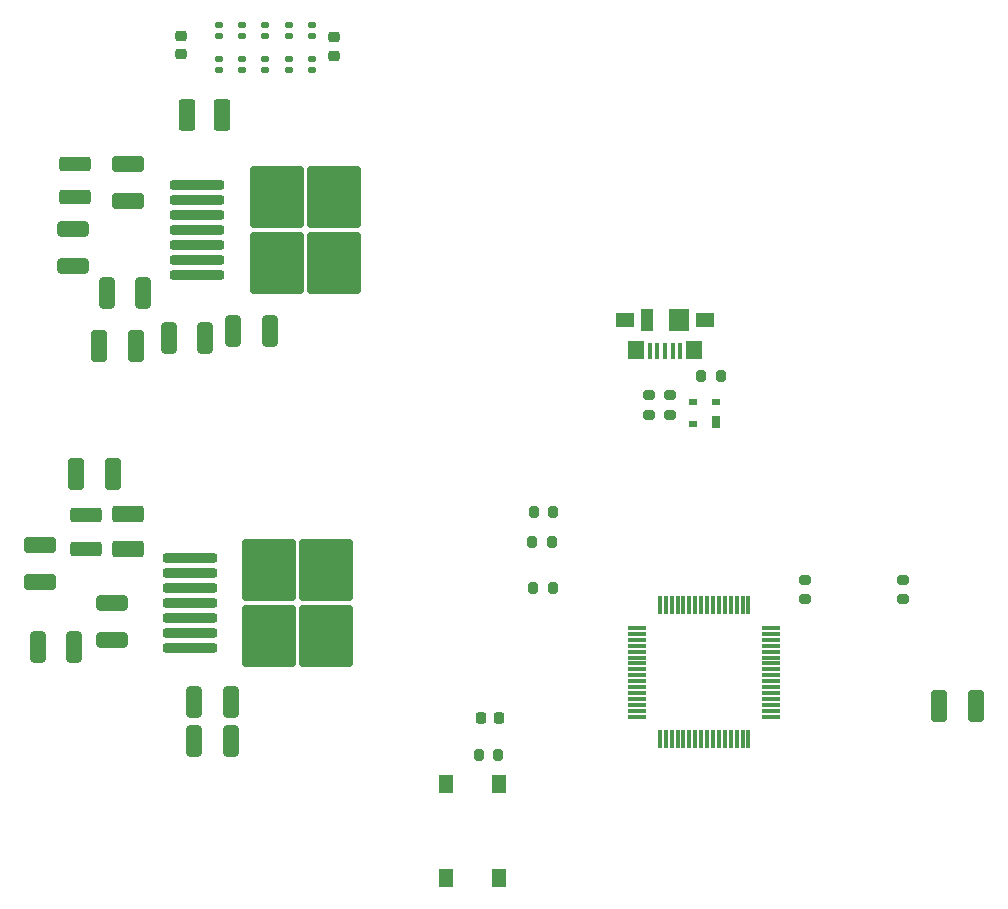
<source format=gbr>
%TF.GenerationSoftware,KiCad,Pcbnew,7.0.10*%
%TF.CreationDate,2024-03-18T15:21:50-05:00*%
%TF.ProjectId,PCB_R1,5043425f-5231-42e6-9b69-6361645f7063,rev?*%
%TF.SameCoordinates,Original*%
%TF.FileFunction,Paste,Top*%
%TF.FilePolarity,Positive*%
%FSLAX46Y46*%
G04 Gerber Fmt 4.6, Leading zero omitted, Abs format (unit mm)*
G04 Created by KiCad (PCBNEW 7.0.10) date 2024-03-18 15:21:50*
%MOMM*%
%LPD*%
G01*
G04 APERTURE LIST*
G04 Aperture macros list*
%AMRoundRect*
0 Rectangle with rounded corners*
0 $1 Rounding radius*
0 $2 $3 $4 $5 $6 $7 $8 $9 X,Y pos of 4 corners*
0 Add a 4 corners polygon primitive as box body*
4,1,4,$2,$3,$4,$5,$6,$7,$8,$9,$2,$3,0*
0 Add four circle primitives for the rounded corners*
1,1,$1+$1,$2,$3*
1,1,$1+$1,$4,$5*
1,1,$1+$1,$6,$7*
1,1,$1+$1,$8,$9*
0 Add four rect primitives between the rounded corners*
20,1,$1+$1,$2,$3,$4,$5,0*
20,1,$1+$1,$4,$5,$6,$7,0*
20,1,$1+$1,$6,$7,$8,$9,0*
20,1,$1+$1,$8,$9,$2,$3,0*%
G04 Aperture macros list end*
%ADD10RoundRect,0.250000X1.075000X-0.400000X1.075000X0.400000X-1.075000X0.400000X-1.075000X-0.400000X0*%
%ADD11RoundRect,0.200000X0.275000X-0.200000X0.275000X0.200000X-0.275000X0.200000X-0.275000X-0.200000X0*%
%ADD12RoundRect,0.250000X0.400000X1.075000X-0.400000X1.075000X-0.400000X-1.075000X0.400000X-1.075000X0*%
%ADD13RoundRect,0.250000X-1.075000X0.375000X-1.075000X-0.375000X1.075000X-0.375000X1.075000X0.375000X0*%
%ADD14RoundRect,0.250000X-0.400000X-1.075000X0.400000X-1.075000X0.400000X1.075000X-0.400000X1.075000X0*%
%ADD15RoundRect,0.140000X0.170000X-0.140000X0.170000X0.140000X-0.170000X0.140000X-0.170000X-0.140000X0*%
%ADD16RoundRect,0.250001X1.074999X-0.462499X1.074999X0.462499X-1.074999X0.462499X-1.074999X-0.462499X0*%
%ADD17RoundRect,0.250000X-1.100000X0.412500X-1.100000X-0.412500X1.100000X-0.412500X1.100000X0.412500X0*%
%ADD18RoundRect,0.200000X-2.100000X-0.200000X2.100000X-0.200000X2.100000X0.200000X-2.100000X0.200000X0*%
%ADD19RoundRect,0.250000X-2.025000X-2.375000X2.025000X-2.375000X2.025000X2.375000X-2.025000X2.375000X0*%
%ADD20RoundRect,0.075000X0.075000X-0.700000X0.075000X0.700000X-0.075000X0.700000X-0.075000X-0.700000X0*%
%ADD21RoundRect,0.075000X0.700000X-0.075000X0.700000X0.075000X-0.700000X0.075000X-0.700000X-0.075000X0*%
%ADD22RoundRect,0.200000X0.200000X0.275000X-0.200000X0.275000X-0.200000X-0.275000X0.200000X-0.275000X0*%
%ADD23RoundRect,0.200000X-0.275000X0.200000X-0.275000X-0.200000X0.275000X-0.200000X0.275000X0.200000X0*%
%ADD24RoundRect,0.250001X-0.462499X-1.074999X0.462499X-1.074999X0.462499X1.074999X-0.462499X1.074999X0*%
%ADD25RoundRect,0.250000X-0.412500X-1.100000X0.412500X-1.100000X0.412500X1.100000X-0.412500X1.100000X0*%
%ADD26R,1.300000X1.550000*%
%ADD27R,0.450000X1.380000*%
%ADD28R,1.650000X1.300000*%
%ADD29R,1.425000X1.550000*%
%ADD30R,1.800000X1.900000*%
%ADD31R,1.000000X1.900000*%
%ADD32RoundRect,0.200000X-0.200000X-0.275000X0.200000X-0.275000X0.200000X0.275000X-0.200000X0.275000X0*%
%ADD33R,0.700000X1.000000*%
%ADD34R,0.700000X0.600000*%
%ADD35RoundRect,0.225000X0.225000X0.250000X-0.225000X0.250000X-0.225000X-0.250000X0.225000X-0.250000X0*%
%ADD36RoundRect,0.225000X0.250000X-0.225000X0.250000X0.225000X-0.250000X0.225000X-0.250000X-0.225000X0*%
%ADD37RoundRect,0.250000X1.075000X-0.375000X1.075000X0.375000X-1.075000X0.375000X-1.075000X-0.375000X0*%
G04 APERTURE END LIST*
D10*
%TO.C,R8*%
X68447000Y-92115586D03*
X68447000Y-89015586D03*
%TD*%
D11*
%TO.C,R10*%
X127137500Y-88704500D03*
X127137500Y-87054500D03*
%TD*%
D12*
%TO.C,R1*%
X81817000Y-65985586D03*
X78717000Y-65985586D03*
%TD*%
D13*
%TO.C,L1*%
X65292000Y-51825586D03*
X65292000Y-54625586D03*
%TD*%
D14*
%TO.C,R7*%
X62167000Y-92705586D03*
X65267000Y-92705586D03*
%TD*%
D15*
%TO.C,C11*%
X79457000Y-41045586D03*
X79457000Y-40085586D03*
%TD*%
D16*
%TO.C,D2*%
X69820000Y-84450000D03*
X69820000Y-81475000D03*
%TD*%
D17*
%TO.C,C8*%
X69792000Y-51860586D03*
X69792000Y-54985586D03*
%TD*%
D11*
%TO.C,R11*%
X135427500Y-88704500D03*
X135427500Y-87054500D03*
%TD*%
D18*
%TO.C,U2*%
X75657000Y-53610586D03*
X75657000Y-54880586D03*
X75657000Y-56150586D03*
X75657000Y-57420586D03*
X75657000Y-58690586D03*
X75657000Y-59960586D03*
X75657000Y-61230586D03*
D19*
X82382000Y-54645586D03*
X82382000Y-60195586D03*
X87232000Y-54645586D03*
X87232000Y-60195586D03*
%TD*%
D20*
%TO.C,U1*%
X114832500Y-100559500D03*
X115332500Y-100559500D03*
X115832500Y-100559500D03*
X116332500Y-100559500D03*
X116832500Y-100559500D03*
X117332500Y-100559500D03*
X117832500Y-100559500D03*
X118332500Y-100559500D03*
X118832500Y-100559500D03*
X119332500Y-100559500D03*
X119832500Y-100559500D03*
X120332500Y-100559500D03*
X120832500Y-100559500D03*
X121332500Y-100559500D03*
X121832500Y-100559500D03*
X122332500Y-100559500D03*
D21*
X124257500Y-98634500D03*
X124257500Y-98134500D03*
X124257500Y-97634500D03*
X124257500Y-97134500D03*
X124257500Y-96634500D03*
X124257500Y-96134500D03*
X124257500Y-95634500D03*
X124257500Y-95134500D03*
X124257500Y-94634500D03*
X124257500Y-94134500D03*
X124257500Y-93634500D03*
X124257500Y-93134500D03*
X124257500Y-92634500D03*
X124257500Y-92134500D03*
X124257500Y-91634500D03*
X124257500Y-91134500D03*
D20*
X122332500Y-89209500D03*
X121832500Y-89209500D03*
X121332500Y-89209500D03*
X120832500Y-89209500D03*
X120332500Y-89209500D03*
X119832500Y-89209500D03*
X119332500Y-89209500D03*
X118832500Y-89209500D03*
X118332500Y-89209500D03*
X117832500Y-89209500D03*
X117332500Y-89209500D03*
X116832500Y-89209500D03*
X116332500Y-89209500D03*
X115832500Y-89209500D03*
X115332500Y-89209500D03*
X114832500Y-89209500D03*
D21*
X112907500Y-91134500D03*
X112907500Y-91634500D03*
X112907500Y-92134500D03*
X112907500Y-92634500D03*
X112907500Y-93134500D03*
X112907500Y-93634500D03*
X112907500Y-94134500D03*
X112907500Y-94634500D03*
X112907500Y-95134500D03*
X112907500Y-95634500D03*
X112907500Y-96134500D03*
X112907500Y-96634500D03*
X112907500Y-97134500D03*
X112907500Y-97634500D03*
X112907500Y-98134500D03*
X112907500Y-98634500D03*
%TD*%
D22*
%TO.C,R18*%
X105807500Y-81284500D03*
X104157500Y-81284500D03*
%TD*%
D15*
%TO.C,C1*%
X77487000Y-43915586D03*
X77487000Y-42955586D03*
%TD*%
%TO.C,C13*%
X83397000Y-41045586D03*
X83397000Y-40085586D03*
%TD*%
D22*
%TO.C,R17*%
X105667500Y-83894500D03*
X104017500Y-83894500D03*
%TD*%
D15*
%TO.C,C16*%
X85367000Y-41045586D03*
X85367000Y-40085586D03*
%TD*%
D23*
%TO.C,R13*%
X113917500Y-71414500D03*
X113917500Y-73064500D03*
%TD*%
D22*
%TO.C,R19*%
X105757500Y-87764500D03*
X104107500Y-87764500D03*
%TD*%
D10*
%TO.C,R6*%
X65152000Y-60475586D03*
X65152000Y-57375586D03*
%TD*%
D24*
%TO.C,D1*%
X74794500Y-47665586D03*
X77769500Y-47665586D03*
%TD*%
D25*
%TO.C,C14*%
X67362000Y-67285586D03*
X70487000Y-67285586D03*
%TD*%
D15*
%TO.C,C12*%
X81427000Y-41045586D03*
X81427000Y-40085586D03*
%TD*%
D26*
%TO.C,SW1*%
X96697500Y-112319500D03*
X96697500Y-104369500D03*
X101197500Y-112319500D03*
X101197500Y-104369500D03*
%TD*%
D12*
%TO.C,R3*%
X78487000Y-97435586D03*
X75387000Y-97435586D03*
%TD*%
%TO.C,R2*%
X76332000Y-66565586D03*
X73232000Y-66565586D03*
%TD*%
D15*
%TO.C,C5*%
X85367000Y-43915586D03*
X85367000Y-42955586D03*
%TD*%
D27*
%TO.C,J21*%
X116567500Y-67724500D03*
X115917500Y-67724500D03*
X115267500Y-67724500D03*
X114617500Y-67724500D03*
X113967500Y-67724500D03*
D28*
X118642500Y-65064500D03*
D29*
X117755000Y-67639500D03*
D30*
X116417500Y-65064500D03*
D31*
X113717500Y-65064500D03*
D29*
X112780000Y-67639500D03*
D28*
X111892500Y-65064500D03*
%TD*%
D32*
%TO.C,R9*%
X99497500Y-101904500D03*
X101147500Y-101904500D03*
%TD*%
D33*
%TO.C,D3*%
X119607500Y-73694500D03*
D34*
X119607500Y-71994500D03*
X117607500Y-71994500D03*
X117607500Y-73894500D03*
%TD*%
D14*
%TO.C,R5*%
X68012000Y-62775586D03*
X71112000Y-62775586D03*
%TD*%
D23*
%TO.C,R15*%
X115697500Y-71424500D03*
X115697500Y-73074500D03*
%TD*%
D18*
%TO.C,U3*%
X75032000Y-85220586D03*
X75032000Y-86490586D03*
X75032000Y-87760586D03*
X75032000Y-89030586D03*
X75032000Y-90300586D03*
X75032000Y-91570586D03*
X75032000Y-92840586D03*
D19*
X81757000Y-86255586D03*
X81757000Y-91805586D03*
X86607000Y-86255586D03*
X86607000Y-91805586D03*
%TD*%
D25*
%TO.C,C15*%
X65412000Y-78090586D03*
X68537000Y-78090586D03*
%TD*%
D35*
%TO.C,C18*%
X101217500Y-98734500D03*
X99667500Y-98734500D03*
%TD*%
D15*
%TO.C,C10*%
X77487000Y-41045586D03*
X77487000Y-40085586D03*
%TD*%
D36*
%TO.C,C7*%
X74247000Y-42570586D03*
X74247000Y-41020586D03*
%TD*%
D14*
%TO.C,R4*%
X75407000Y-100745586D03*
X78507000Y-100745586D03*
%TD*%
D15*
%TO.C,C3*%
X81427000Y-43915586D03*
X81427000Y-42955586D03*
%TD*%
D22*
%TO.C,R12*%
X120002500Y-69824500D03*
X118352500Y-69824500D03*
%TD*%
D15*
%TO.C,C2*%
X79457000Y-43915586D03*
X79457000Y-42955586D03*
%TD*%
D17*
%TO.C,C9*%
X62347000Y-84130586D03*
X62347000Y-87255586D03*
%TD*%
D37*
%TO.C,L2*%
X66270000Y-84410000D03*
X66270000Y-81610000D03*
%TD*%
D25*
%TO.C,C17*%
X138505000Y-97734500D03*
X141630000Y-97734500D03*
%TD*%
D15*
%TO.C,C4*%
X83397000Y-43915586D03*
X83397000Y-42955586D03*
%TD*%
D36*
%TO.C,C6*%
X87207000Y-42685586D03*
X87207000Y-41135586D03*
%TD*%
M02*

</source>
